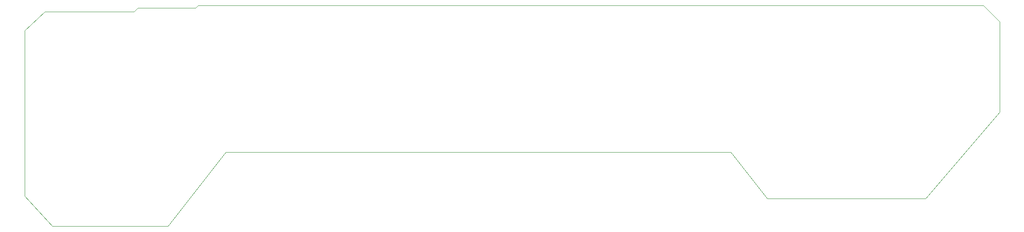
<source format=gbr>
%TF.GenerationSoftware,KiCad,Pcbnew,(5.1.6)-1*%
%TF.CreationDate,2020-12-03T10:32:48+03:00*%
%TF.ProjectId,Handheld graphics device,48616e64-6865-46c6-9420-677261706869,rev?*%
%TF.SameCoordinates,Original*%
%TF.FileFunction,Profile,NP*%
%FSLAX46Y46*%
G04 Gerber Fmt 4.6, Leading zero omitted, Abs format (unit mm)*
G04 Created by KiCad (PCBNEW (5.1.6)-1) date 2020-12-03 10:32:48*
%MOMM*%
%LPD*%
G01*
G04 APERTURE LIST*
%TA.AperFunction,Profile*%
%ADD10C,0.050000*%
%TD*%
G04 APERTURE END LIST*
D10*
X119888000Y-45974000D02*
X96520000Y-45974000D01*
X131572000Y-30988000D02*
X119888000Y-45974000D01*
X233680000Y-30988000D02*
X131572000Y-30988000D01*
X241046000Y-40386000D02*
X233680000Y-30988000D01*
X273050000Y-40386000D02*
X241046000Y-40386000D01*
X288036000Y-22860000D02*
X273050000Y-40386000D01*
X288036000Y-4572000D02*
X288036000Y-22860000D01*
X284734000Y-1270000D02*
X288036000Y-4572000D01*
X125984000Y-1270000D02*
X284734000Y-1270000D01*
X125476000Y-1778000D02*
X125984000Y-1270000D01*
X118364000Y-1778000D02*
X125476000Y-1778000D01*
X118110000Y-1778000D02*
X118364000Y-1778000D01*
X113792000Y-1778000D02*
X118110000Y-1778000D01*
X113030000Y-2540000D02*
X113792000Y-1778000D01*
X94996000Y-2540000D02*
X113030000Y-2540000D01*
X90932000Y-6350000D02*
X94996000Y-2540000D01*
X90932000Y-39878000D02*
X90932000Y-6350000D01*
X96520000Y-45974000D02*
X90932000Y-39878000D01*
M02*

</source>
